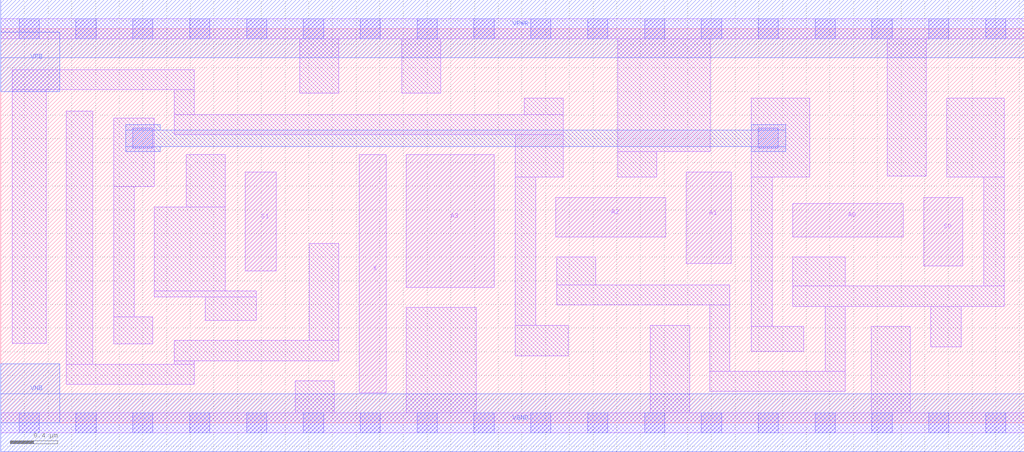
<source format=lef>
# Copyright 2020 The SkyWater PDK Authors
#
# Licensed under the Apache License, Version 2.0 (the "License");
# you may not use this file except in compliance with the License.
# You may obtain a copy of the License at
#
#     https://www.apache.org/licenses/LICENSE-2.0
#
# Unless required by applicable law or agreed to in writing, software
# distributed under the License is distributed on an "AS IS" BASIS,
# WITHOUT WARRANTIES OR CONDITIONS OF ANY KIND, either express or implied.
# See the License for the specific language governing permissions and
# limitations under the License.
#
# SPDX-License-Identifier: Apache-2.0

VERSION 5.5 ;
NAMESCASESENSITIVE ON ;
BUSBITCHARS "[]" ;
DIVIDERCHAR "/" ;
MACRO sky130_fd_sc_lp__mux4_2
  CLASS CORE ;
  SOURCE USER ;
  ORIGIN  0.000000  0.000000 ;
  SIZE  8.640000 BY  3.330000 ;
  SYMMETRY X Y R90 ;
  SITE unit ;
  PIN A0
    ANTENNAGATEAREA  0.159000 ;
    DIRECTION INPUT ;
    USE SIGNAL ;
    PORT
      LAYER li1 ;
        RECT 6.685000 1.570000 7.620000 1.855000 ;
    END
  END A0
  PIN A1
    ANTENNAGATEAREA  0.159000 ;
    DIRECTION INPUT ;
    USE SIGNAL ;
    PORT
      LAYER li1 ;
        RECT 5.785000 1.345000 6.165000 2.120000 ;
    END
  END A1
  PIN A2
    ANTENNAGATEAREA  0.159000 ;
    DIRECTION INPUT ;
    USE SIGNAL ;
    PORT
      LAYER li1 ;
        RECT 4.685000 1.570000 5.615000 1.905000 ;
    END
  END A2
  PIN A3
    ANTENNAGATEAREA  0.159000 ;
    DIRECTION INPUT ;
    USE SIGNAL ;
    PORT
      LAYER li1 ;
        RECT 3.425000 1.145000 4.165000 2.265000 ;
    END
  END A3
  PIN S0
    ANTENNAGATEAREA  0.477000 ;
    DIRECTION INPUT ;
    USE SIGNAL ;
    PORT
      LAYER li1 ;
        RECT 7.790000 1.325000 8.120000 1.905000 ;
    END
  END S0
  PIN S1
    ANTENNAGATEAREA  0.318000 ;
    DIRECTION INPUT ;
    USE SIGNAL ;
    PORT
      LAYER li1 ;
        RECT 2.065000 1.285000 2.325000 2.120000 ;
    END
  END S1
  PIN X
    ANTENNADIFFAREA  0.588000 ;
    DIRECTION OUTPUT ;
    USE SIGNAL ;
    PORT
      LAYER li1 ;
        RECT 3.025000 0.255000 3.255000 2.265000 ;
    END
  END X
  PIN VGND
    DIRECTION INOUT ;
    USE GROUND ;
    PORT
      LAYER met1 ;
        RECT 0.000000 -0.245000 8.640000 0.245000 ;
    END
  END VGND
  PIN VNB
    DIRECTION INOUT ;
    USE GROUND ;
    PORT
      LAYER met1 ;
        RECT 0.000000 0.000000 0.500000 0.500000 ;
    END
  END VNB
  PIN VPB
    DIRECTION INOUT ;
    USE POWER ;
    PORT
      LAYER met1 ;
        RECT 0.000000 2.800000 0.500000 3.300000 ;
    END
  END VPB
  PIN VPWR
    DIRECTION INOUT ;
    USE POWER ;
    PORT
      LAYER met1 ;
        RECT 0.000000 3.085000 8.640000 3.575000 ;
    END
  END VPWR
  OBS
    LAYER li1 ;
      RECT 0.000000 -0.085000 8.640000 0.085000 ;
      RECT 0.000000  3.245000 8.640000 3.415000 ;
      RECT 0.095000  0.670000 0.385000 2.815000 ;
      RECT 0.095000  2.815000 1.635000 2.985000 ;
      RECT 0.555000  0.325000 1.635000 0.495000 ;
      RECT 0.555000  0.495000 0.775000 2.635000 ;
      RECT 0.955000  0.665000 1.285000 0.895000 ;
      RECT 0.955000  0.895000 1.125000 1.995000 ;
      RECT 0.955000  1.995000 1.295000 2.575000 ;
      RECT 1.295000  1.065000 2.155000 1.115000 ;
      RECT 1.295000  1.115000 1.895000 1.825000 ;
      RECT 1.465000  0.495000 1.635000 0.525000 ;
      RECT 1.465000  0.525000 2.855000 0.695000 ;
      RECT 1.465000  2.435000 4.750000 2.605000 ;
      RECT 1.465000  2.605000 1.635000 2.815000 ;
      RECT 1.565000  1.825000 1.895000 2.265000 ;
      RECT 1.725000  0.865000 2.155000 1.065000 ;
      RECT 2.485000  0.085000 2.815000 0.355000 ;
      RECT 2.525000  2.785000 2.855000 3.245000 ;
      RECT 2.605000  0.695000 2.855000 1.515000 ;
      RECT 3.385000  2.785000 3.715000 3.245000 ;
      RECT 3.425000  0.085000 4.015000 0.975000 ;
      RECT 4.345000  0.565000 4.790000 0.825000 ;
      RECT 4.345000  0.825000 4.515000 2.075000 ;
      RECT 4.345000  2.075000 4.750000 2.435000 ;
      RECT 4.420000  2.605000 4.750000 2.745000 ;
      RECT 4.695000  0.995000 6.155000 1.165000 ;
      RECT 4.695000  1.165000 5.025000 1.400000 ;
      RECT 5.210000  2.075000 5.540000 2.290000 ;
      RECT 5.210000  2.290000 5.990000 3.245000 ;
      RECT 5.485000  0.085000 5.815000 0.825000 ;
      RECT 5.985000  0.265000 7.130000 0.435000 ;
      RECT 5.985000  0.435000 6.155000 0.995000 ;
      RECT 6.335000  0.605000 6.780000 0.815000 ;
      RECT 6.335000  0.815000 6.515000 2.075000 ;
      RECT 6.335000  2.075000 6.830000 2.745000 ;
      RECT 6.685000  0.985000 8.470000 1.155000 ;
      RECT 6.685000  1.155000 7.130000 1.400000 ;
      RECT 6.960000  0.435000 7.130000 0.985000 ;
      RECT 7.350000  0.085000 7.680000 0.815000 ;
      RECT 7.485000  2.085000 7.815000 3.245000 ;
      RECT 7.850000  0.640000 8.110000 0.985000 ;
      RECT 7.985000  2.075000 8.470000 2.745000 ;
      RECT 8.300000  1.155000 8.470000 2.075000 ;
    LAYER mcon ;
      RECT 0.155000 -0.085000 0.325000 0.085000 ;
      RECT 0.155000  3.245000 0.325000 3.415000 ;
      RECT 0.635000 -0.085000 0.805000 0.085000 ;
      RECT 0.635000  3.245000 0.805000 3.415000 ;
      RECT 1.115000 -0.085000 1.285000 0.085000 ;
      RECT 1.115000  2.320000 1.285000 2.490000 ;
      RECT 1.115000  3.245000 1.285000 3.415000 ;
      RECT 1.595000 -0.085000 1.765000 0.085000 ;
      RECT 1.595000  3.245000 1.765000 3.415000 ;
      RECT 2.075000 -0.085000 2.245000 0.085000 ;
      RECT 2.075000  3.245000 2.245000 3.415000 ;
      RECT 2.555000 -0.085000 2.725000 0.085000 ;
      RECT 2.555000  3.245000 2.725000 3.415000 ;
      RECT 3.035000 -0.085000 3.205000 0.085000 ;
      RECT 3.035000  3.245000 3.205000 3.415000 ;
      RECT 3.515000 -0.085000 3.685000 0.085000 ;
      RECT 3.515000  3.245000 3.685000 3.415000 ;
      RECT 3.995000 -0.085000 4.165000 0.085000 ;
      RECT 3.995000  3.245000 4.165000 3.415000 ;
      RECT 4.475000 -0.085000 4.645000 0.085000 ;
      RECT 4.475000  3.245000 4.645000 3.415000 ;
      RECT 4.955000 -0.085000 5.125000 0.085000 ;
      RECT 4.955000  3.245000 5.125000 3.415000 ;
      RECT 5.435000 -0.085000 5.605000 0.085000 ;
      RECT 5.435000  3.245000 5.605000 3.415000 ;
      RECT 5.915000 -0.085000 6.085000 0.085000 ;
      RECT 5.915000  3.245000 6.085000 3.415000 ;
      RECT 6.395000 -0.085000 6.565000 0.085000 ;
      RECT 6.395000  2.320000 6.565000 2.490000 ;
      RECT 6.395000  3.245000 6.565000 3.415000 ;
      RECT 6.875000 -0.085000 7.045000 0.085000 ;
      RECT 6.875000  3.245000 7.045000 3.415000 ;
      RECT 7.355000 -0.085000 7.525000 0.085000 ;
      RECT 7.355000  3.245000 7.525000 3.415000 ;
      RECT 7.835000 -0.085000 8.005000 0.085000 ;
      RECT 7.835000  3.245000 8.005000 3.415000 ;
      RECT 8.315000 -0.085000 8.485000 0.085000 ;
      RECT 8.315000  3.245000 8.485000 3.415000 ;
    LAYER met1 ;
      RECT 1.055000 2.290000 1.345000 2.335000 ;
      RECT 1.055000 2.335000 6.625000 2.475000 ;
      RECT 1.055000 2.475000 1.345000 2.520000 ;
      RECT 6.335000 2.290000 6.625000 2.335000 ;
      RECT 6.335000 2.475000 6.625000 2.520000 ;
  END
END sky130_fd_sc_lp__mux4_2
END LIBRARY

</source>
